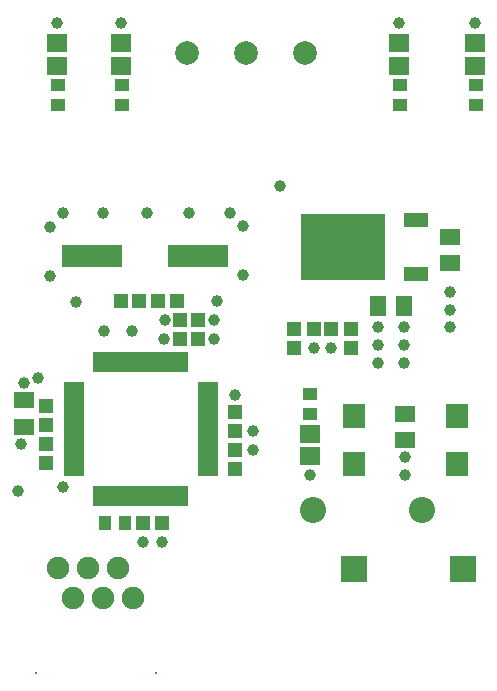
<source format=gts>
%FSLAX24Y24*%
%MOIN*%
G70*
G01*
G75*
G04 Layer_Color=8388736*
%ADD10R,0.0669X0.0709*%
%ADD11R,0.0394X0.0394*%
%ADD12R,0.0614X0.0110*%
%ADD13R,0.0110X0.0614*%
%ADD14R,0.0394X0.0394*%
%ADD15R,0.0354X0.0394*%
%ADD16R,0.0591X0.0472*%
%ADD17R,0.0591X0.0512*%
%ADD18R,0.0394X0.0354*%
%ADD19R,0.0472X0.0591*%
%ADD20R,0.0748X0.0374*%
%ADD21R,0.2717X0.2165*%
%ADD22R,0.0433X0.0394*%
%ADD23R,0.1968X0.0669*%
%ADD24C,0.0118*%
%ADD25C,0.0394*%
%ADD26C,0.0197*%
%ADD27C,0.0669*%
%ADD28C,0.0709*%
%ADD29R,0.0787X0.0787*%
%ADD30C,0.0787*%
%ADD31C,0.0315*%
%ADD32C,0.0787*%
%ADD33C,0.0098*%
%ADD34C,0.0050*%
%ADD35C,0.0100*%
%ADD36C,0.0060*%
%ADD37C,0.0047*%
%ADD38C,0.0079*%
%ADD39C,0.0071*%
%ADD40C,0.0157*%
%ADD41R,0.0749X0.0789*%
%ADD42R,0.0474X0.0474*%
%ADD43R,0.0694X0.0190*%
%ADD44R,0.0190X0.0694*%
%ADD45R,0.0474X0.0474*%
%ADD46R,0.0434X0.0474*%
%ADD47R,0.0671X0.0552*%
%ADD48R,0.0671X0.0592*%
%ADD49R,0.0474X0.0434*%
%ADD50R,0.0552X0.0671*%
%ADD51R,0.0828X0.0454*%
%ADD52R,0.2797X0.2245*%
%ADD53R,0.0513X0.0474*%
%ADD54R,0.2048X0.0749*%
%ADD55C,0.0080*%
%ADD56C,0.0749*%
%ADD57C,0.0789*%
%ADD58R,0.0867X0.0867*%
%ADD59C,0.0867*%
%ADD60C,0.0395*%
D41*
X11575Y7830D02*
D03*
Y9444D02*
D03*
X15000Y7830D02*
D03*
Y9444D02*
D03*
D42*
X4528Y5866D02*
D03*
X5157D02*
D03*
X6378Y12638D02*
D03*
X5748D02*
D03*
X6378Y12008D02*
D03*
X5748D02*
D03*
X3780Y13268D02*
D03*
X4409D02*
D03*
X5669D02*
D03*
X5039D02*
D03*
D43*
X2213Y7539D02*
D03*
Y7736D02*
D03*
Y7933D02*
D03*
Y8130D02*
D03*
Y8327D02*
D03*
Y8524D02*
D03*
Y8720D02*
D03*
Y8917D02*
D03*
Y9114D02*
D03*
Y9311D02*
D03*
Y9508D02*
D03*
Y9705D02*
D03*
Y9902D02*
D03*
Y10098D02*
D03*
Y10295D02*
D03*
Y10492D02*
D03*
X6685D02*
D03*
Y10295D02*
D03*
Y10098D02*
D03*
Y9902D02*
D03*
Y9705D02*
D03*
Y9508D02*
D03*
Y9311D02*
D03*
Y9114D02*
D03*
Y8917D02*
D03*
Y8720D02*
D03*
Y8524D02*
D03*
Y8327D02*
D03*
Y8130D02*
D03*
Y7933D02*
D03*
Y7736D02*
D03*
Y7539D02*
D03*
D44*
X2972Y11252D02*
D03*
X3169D02*
D03*
X3366D02*
D03*
X3563D02*
D03*
X3760D02*
D03*
X3957D02*
D03*
X4154D02*
D03*
X4350D02*
D03*
X4547D02*
D03*
X4744D02*
D03*
X4941D02*
D03*
X5138D02*
D03*
X5335D02*
D03*
X5531D02*
D03*
X5728D02*
D03*
X5925D02*
D03*
Y6780D02*
D03*
X5728D02*
D03*
X5531D02*
D03*
X5335D02*
D03*
X5138D02*
D03*
X4941D02*
D03*
X4744D02*
D03*
X4547D02*
D03*
X4350D02*
D03*
X4154D02*
D03*
X3957D02*
D03*
X3760D02*
D03*
X3563D02*
D03*
X3366D02*
D03*
X3169D02*
D03*
X2972D02*
D03*
D45*
X7598Y8937D02*
D03*
Y9567D02*
D03*
X1299Y9134D02*
D03*
Y9764D02*
D03*
Y7874D02*
D03*
Y8504D02*
D03*
X7598Y8307D02*
D03*
Y7677D02*
D03*
X11457Y12331D02*
D03*
Y11701D02*
D03*
X9567Y12331D02*
D03*
Y11701D02*
D03*
D46*
X3917Y5866D02*
D03*
X3248D02*
D03*
D47*
X551Y9094D02*
D03*
Y9961D02*
D03*
X13268Y9496D02*
D03*
Y8630D02*
D03*
X14764Y15402D02*
D03*
Y14535D02*
D03*
D48*
X10079Y8098D02*
D03*
Y8846D02*
D03*
X1673Y21870D02*
D03*
Y21122D02*
D03*
X15610Y21870D02*
D03*
Y21122D02*
D03*
X13071Y21870D02*
D03*
Y21122D02*
D03*
X3799Y21870D02*
D03*
Y21122D02*
D03*
D49*
X10079Y10185D02*
D03*
Y9516D02*
D03*
X1693Y19823D02*
D03*
Y20492D02*
D03*
X15630Y19823D02*
D03*
Y20492D02*
D03*
X13091Y19823D02*
D03*
Y20492D02*
D03*
X3819Y19823D02*
D03*
Y20492D02*
D03*
D50*
X12362Y13110D02*
D03*
X13228D02*
D03*
D51*
X13642Y14189D02*
D03*
Y15984D02*
D03*
D52*
X11201Y15087D02*
D03*
D53*
X10217Y12331D02*
D03*
X10807D02*
D03*
D54*
X6378Y14764D02*
D03*
X2835D02*
D03*
D55*
X945Y866D02*
D03*
X4945D02*
D03*
D56*
X4193Y3370D02*
D03*
X3693Y4370D02*
D03*
X3193Y3370D02*
D03*
X2693Y4370D02*
D03*
X2193Y3370D02*
D03*
X1693Y4370D02*
D03*
D57*
X9921Y21535D02*
D03*
X7953D02*
D03*
X5984D02*
D03*
D58*
X11575Y4339D02*
D03*
X15197D02*
D03*
D59*
X10197Y6307D02*
D03*
X13819D02*
D03*
D60*
X1673Y22559D02*
D03*
X15610D02*
D03*
X13071D02*
D03*
X3799D02*
D03*
X4528Y5236D02*
D03*
X5157D02*
D03*
X7598Y10157D02*
D03*
X8189Y8937D02*
D03*
Y8307D02*
D03*
X1850Y7087D02*
D03*
X4173Y12283D02*
D03*
X3232D02*
D03*
X1417Y14098D02*
D03*
Y15748D02*
D03*
X1850Y16220D02*
D03*
X4646D02*
D03*
X7441D02*
D03*
X7874Y15787D02*
D03*
Y14134D02*
D03*
X7008Y13268D02*
D03*
X6063Y16220D02*
D03*
X3189D02*
D03*
X2283Y13232D02*
D03*
X6890Y12638D02*
D03*
Y12008D02*
D03*
X1024Y10709D02*
D03*
X551Y10551D02*
D03*
X5236Y12008D02*
D03*
X5276Y12638D02*
D03*
X9094Y17126D02*
D03*
X354Y6929D02*
D03*
X13268Y8071D02*
D03*
Y7480D02*
D03*
X10079Y7480D02*
D03*
X14764Y12402D02*
D03*
X14764Y12992D02*
D03*
Y13583D02*
D03*
X10228Y11701D02*
D03*
X10795D02*
D03*
X12362Y11220D02*
D03*
Y11811D02*
D03*
Y12402D02*
D03*
X13228D02*
D03*
Y11811D02*
D03*
Y11220D02*
D03*
X472Y8504D02*
D03*
M02*

</source>
